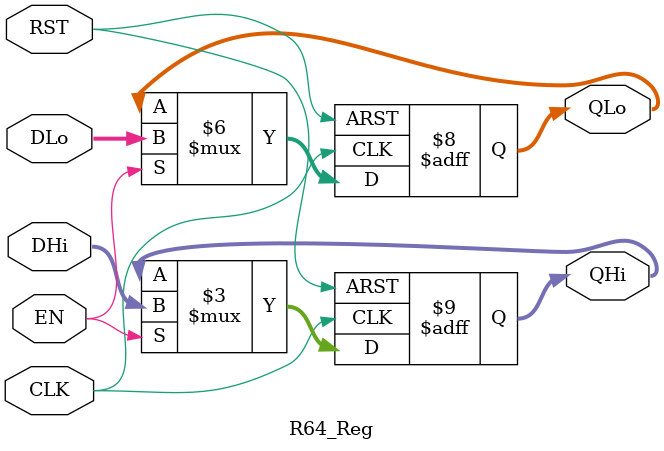
<source format=v>
module R64_Reg # (parameter WIDTH = 32) (
        //Input
        input  wire [WIDTH-1:0] DLo,
        input  wire [WIDTH-1:0] DHi,
        //Output
        output reg  [WIDTH-1:0] QLo,
        output reg  [WIDTH-1:0] QHi,
        //Misc
        input  wire             EN,
        input  wire             CLK,
        input  wire             RST
    );

    always @ (posedge CLK, posedge RST) begin
        if (RST) begin
            QLo <= 0;
            QHi <= 0;
        end
        else if(EN) begin
            QLo <= DLo;
            QHi = DHi;
        end
        else begin
            QLo <= QLo;
            QHi <= QHi;
        end
    end
endmodule
</source>
